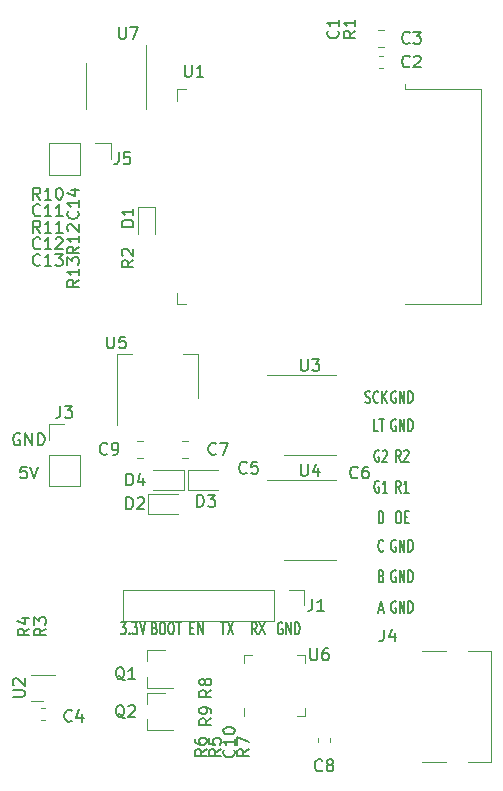
<source format=gbr>
%TF.GenerationSoftware,KiCad,Pcbnew,(5.1.6)-1*%
%TF.CreationDate,2020-11-13T23:46:34+08:00*%
%TF.ProjectId,matrix-clock,6d617472-6978-42d6-936c-6f636b2e6b69,rev?*%
%TF.SameCoordinates,Original*%
%TF.FileFunction,Legend,Top*%
%TF.FilePolarity,Positive*%
%FSLAX46Y46*%
G04 Gerber Fmt 4.6, Leading zero omitted, Abs format (unit mm)*
G04 Created by KiCad (PCBNEW (5.1.6)-1) date 2020-11-13 23:46:34*
%MOMM*%
%LPD*%
G01*
G04 APERTURE LIST*
%ADD10C,0.150000*%
%ADD11C,0.120000*%
G04 APERTURE END LIST*
D10*
X131838095Y-100900000D02*
X131742857Y-100852380D01*
X131600000Y-100852380D01*
X131457142Y-100900000D01*
X131361904Y-100995238D01*
X131314285Y-101090476D01*
X131266666Y-101280952D01*
X131266666Y-101423809D01*
X131314285Y-101614285D01*
X131361904Y-101709523D01*
X131457142Y-101804761D01*
X131600000Y-101852380D01*
X131695238Y-101852380D01*
X131838095Y-101804761D01*
X131885714Y-101757142D01*
X131885714Y-101423809D01*
X131695238Y-101423809D01*
X132314285Y-101852380D02*
X132314285Y-100852380D01*
X132885714Y-101852380D01*
X132885714Y-100852380D01*
X133361904Y-101852380D02*
X133361904Y-100852380D01*
X133600000Y-100852380D01*
X133742857Y-100900000D01*
X133838095Y-100995238D01*
X133885714Y-101090476D01*
X133933333Y-101280952D01*
X133933333Y-101423809D01*
X133885714Y-101614285D01*
X133838095Y-101709523D01*
X133742857Y-101804761D01*
X133600000Y-101852380D01*
X133361904Y-101852380D01*
X132409523Y-103652380D02*
X131933333Y-103652380D01*
X131885714Y-104128571D01*
X131933333Y-104080952D01*
X132028571Y-104033333D01*
X132266666Y-104033333D01*
X132361904Y-104080952D01*
X132409523Y-104128571D01*
X132457142Y-104223809D01*
X132457142Y-104461904D01*
X132409523Y-104557142D01*
X132361904Y-104604761D01*
X132266666Y-104652380D01*
X132028571Y-104652380D01*
X131933333Y-104604761D01*
X131885714Y-104557142D01*
X132742857Y-103652380D02*
X133076190Y-104652380D01*
X133409523Y-103652380D01*
X163666666Y-115100000D02*
X163600000Y-115052380D01*
X163500000Y-115052380D01*
X163400000Y-115100000D01*
X163333333Y-115195238D01*
X163300000Y-115290476D01*
X163266666Y-115480952D01*
X163266666Y-115623809D01*
X163300000Y-115814285D01*
X163333333Y-115909523D01*
X163400000Y-116004761D01*
X163500000Y-116052380D01*
X163566666Y-116052380D01*
X163666666Y-116004761D01*
X163700000Y-115957142D01*
X163700000Y-115623809D01*
X163566666Y-115623809D01*
X164000000Y-116052380D02*
X164000000Y-115052380D01*
X164400000Y-116052380D01*
X164400000Y-115052380D01*
X164733333Y-116052380D02*
X164733333Y-115052380D01*
X164900000Y-115052380D01*
X165000000Y-115100000D01*
X165066666Y-115195238D01*
X165100000Y-115290476D01*
X165133333Y-115480952D01*
X165133333Y-115623809D01*
X165100000Y-115814285D01*
X165066666Y-115909523D01*
X165000000Y-116004761D01*
X164900000Y-116052380D01*
X164733333Y-116052380D01*
X163666666Y-112500000D02*
X163600000Y-112452380D01*
X163500000Y-112452380D01*
X163400000Y-112500000D01*
X163333333Y-112595238D01*
X163300000Y-112690476D01*
X163266666Y-112880952D01*
X163266666Y-113023809D01*
X163300000Y-113214285D01*
X163333333Y-113309523D01*
X163400000Y-113404761D01*
X163500000Y-113452380D01*
X163566666Y-113452380D01*
X163666666Y-113404761D01*
X163700000Y-113357142D01*
X163700000Y-113023809D01*
X163566666Y-113023809D01*
X164000000Y-113452380D02*
X164000000Y-112452380D01*
X164400000Y-113452380D01*
X164400000Y-112452380D01*
X164733333Y-113452380D02*
X164733333Y-112452380D01*
X164900000Y-112452380D01*
X165000000Y-112500000D01*
X165066666Y-112595238D01*
X165100000Y-112690476D01*
X165133333Y-112880952D01*
X165133333Y-113023809D01*
X165100000Y-113214285D01*
X165066666Y-113309523D01*
X165000000Y-113404761D01*
X164900000Y-113452380D01*
X164733333Y-113452380D01*
X163666666Y-99700000D02*
X163600000Y-99652380D01*
X163500000Y-99652380D01*
X163400000Y-99700000D01*
X163333333Y-99795238D01*
X163300000Y-99890476D01*
X163266666Y-100080952D01*
X163266666Y-100223809D01*
X163300000Y-100414285D01*
X163333333Y-100509523D01*
X163400000Y-100604761D01*
X163500000Y-100652380D01*
X163566666Y-100652380D01*
X163666666Y-100604761D01*
X163700000Y-100557142D01*
X163700000Y-100223809D01*
X163566666Y-100223809D01*
X164000000Y-100652380D02*
X164000000Y-99652380D01*
X164400000Y-100652380D01*
X164400000Y-99652380D01*
X164733333Y-100652380D02*
X164733333Y-99652380D01*
X164900000Y-99652380D01*
X165000000Y-99700000D01*
X165066666Y-99795238D01*
X165100000Y-99890476D01*
X165133333Y-100080952D01*
X165133333Y-100223809D01*
X165100000Y-100414285D01*
X165066666Y-100509523D01*
X165000000Y-100604761D01*
X164900000Y-100652380D01*
X164733333Y-100652380D01*
X163666666Y-109900000D02*
X163600000Y-109852380D01*
X163500000Y-109852380D01*
X163400000Y-109900000D01*
X163333333Y-109995238D01*
X163300000Y-110090476D01*
X163266666Y-110280952D01*
X163266666Y-110423809D01*
X163300000Y-110614285D01*
X163333333Y-110709523D01*
X163400000Y-110804761D01*
X163500000Y-110852380D01*
X163566666Y-110852380D01*
X163666666Y-110804761D01*
X163700000Y-110757142D01*
X163700000Y-110423809D01*
X163566666Y-110423809D01*
X164000000Y-110852380D02*
X164000000Y-109852380D01*
X164400000Y-110852380D01*
X164400000Y-109852380D01*
X164733333Y-110852380D02*
X164733333Y-109852380D01*
X164900000Y-109852380D01*
X165000000Y-109900000D01*
X165066666Y-109995238D01*
X165100000Y-110090476D01*
X165133333Y-110280952D01*
X165133333Y-110423809D01*
X165100000Y-110614285D01*
X165066666Y-110709523D01*
X165000000Y-110804761D01*
X164900000Y-110852380D01*
X164733333Y-110852380D01*
X162233333Y-115766666D02*
X162566666Y-115766666D01*
X162166666Y-116052380D02*
X162400000Y-115052380D01*
X162633333Y-116052380D01*
X162450000Y-112928571D02*
X162550000Y-112976190D01*
X162583333Y-113023809D01*
X162616666Y-113119047D01*
X162616666Y-113261904D01*
X162583333Y-113357142D01*
X162550000Y-113404761D01*
X162483333Y-113452380D01*
X162216666Y-113452380D01*
X162216666Y-112452380D01*
X162450000Y-112452380D01*
X162516666Y-112500000D01*
X162550000Y-112547619D01*
X162583333Y-112642857D01*
X162583333Y-112738095D01*
X162550000Y-112833333D01*
X162516666Y-112880952D01*
X162450000Y-112928571D01*
X162216666Y-112928571D01*
X162616666Y-110757142D02*
X162583333Y-110804761D01*
X162483333Y-110852380D01*
X162416666Y-110852380D01*
X162316666Y-110804761D01*
X162250000Y-110709523D01*
X162216666Y-110614285D01*
X162183333Y-110423809D01*
X162183333Y-110280952D01*
X162216666Y-110090476D01*
X162250000Y-109995238D01*
X162316666Y-109900000D01*
X162416666Y-109852380D01*
X162483333Y-109852380D01*
X162583333Y-109900000D01*
X162616666Y-109947619D01*
X162216666Y-108452380D02*
X162216666Y-107452380D01*
X162383333Y-107452380D01*
X162483333Y-107500000D01*
X162550000Y-107595238D01*
X162583333Y-107690476D01*
X162616666Y-107880952D01*
X162616666Y-108023809D01*
X162583333Y-108214285D01*
X162550000Y-108309523D01*
X162483333Y-108404761D01*
X162383333Y-108452380D01*
X162216666Y-108452380D01*
X163816666Y-107452380D02*
X163950000Y-107452380D01*
X164016666Y-107500000D01*
X164083333Y-107595238D01*
X164116666Y-107785714D01*
X164116666Y-108119047D01*
X164083333Y-108309523D01*
X164016666Y-108404761D01*
X163950000Y-108452380D01*
X163816666Y-108452380D01*
X163750000Y-108404761D01*
X163683333Y-108309523D01*
X163650000Y-108119047D01*
X163650000Y-107785714D01*
X163683333Y-107595238D01*
X163750000Y-107500000D01*
X163816666Y-107452380D01*
X164416666Y-107928571D02*
X164650000Y-107928571D01*
X164750000Y-108452380D02*
X164416666Y-108452380D01*
X164416666Y-107452380D01*
X164750000Y-107452380D01*
X164083333Y-105852380D02*
X163850000Y-105376190D01*
X163683333Y-105852380D02*
X163683333Y-104852380D01*
X163950000Y-104852380D01*
X164016666Y-104900000D01*
X164050000Y-104947619D01*
X164083333Y-105042857D01*
X164083333Y-105185714D01*
X164050000Y-105280952D01*
X164016666Y-105328571D01*
X163950000Y-105376190D01*
X163683333Y-105376190D01*
X164750000Y-105852380D02*
X164350000Y-105852380D01*
X164550000Y-105852380D02*
X164550000Y-104852380D01*
X164483333Y-104995238D01*
X164416666Y-105090476D01*
X164350000Y-105138095D01*
X162250000Y-104900000D02*
X162183333Y-104852380D01*
X162083333Y-104852380D01*
X161983333Y-104900000D01*
X161916666Y-104995238D01*
X161883333Y-105090476D01*
X161850000Y-105280952D01*
X161850000Y-105423809D01*
X161883333Y-105614285D01*
X161916666Y-105709523D01*
X161983333Y-105804761D01*
X162083333Y-105852380D01*
X162150000Y-105852380D01*
X162250000Y-105804761D01*
X162283333Y-105757142D01*
X162283333Y-105423809D01*
X162150000Y-105423809D01*
X162950000Y-105852380D02*
X162550000Y-105852380D01*
X162750000Y-105852380D02*
X162750000Y-104852380D01*
X162683333Y-104995238D01*
X162616666Y-105090476D01*
X162550000Y-105138095D01*
X164083333Y-103252380D02*
X163850000Y-102776190D01*
X163683333Y-103252380D02*
X163683333Y-102252380D01*
X163950000Y-102252380D01*
X164016666Y-102300000D01*
X164050000Y-102347619D01*
X164083333Y-102442857D01*
X164083333Y-102585714D01*
X164050000Y-102680952D01*
X164016666Y-102728571D01*
X163950000Y-102776190D01*
X163683333Y-102776190D01*
X164350000Y-102347619D02*
X164383333Y-102300000D01*
X164450000Y-102252380D01*
X164616666Y-102252380D01*
X164683333Y-102300000D01*
X164716666Y-102347619D01*
X164750000Y-102442857D01*
X164750000Y-102538095D01*
X164716666Y-102680952D01*
X164316666Y-103252380D01*
X164750000Y-103252380D01*
X162250000Y-102300000D02*
X162183333Y-102252380D01*
X162083333Y-102252380D01*
X161983333Y-102300000D01*
X161916666Y-102395238D01*
X161883333Y-102490476D01*
X161850000Y-102680952D01*
X161850000Y-102823809D01*
X161883333Y-103014285D01*
X161916666Y-103109523D01*
X161983333Y-103204761D01*
X162083333Y-103252380D01*
X162150000Y-103252380D01*
X162250000Y-103204761D01*
X162283333Y-103157142D01*
X162283333Y-102823809D01*
X162150000Y-102823809D01*
X162550000Y-102347619D02*
X162583333Y-102300000D01*
X162650000Y-102252380D01*
X162816666Y-102252380D01*
X162883333Y-102300000D01*
X162916666Y-102347619D01*
X162950000Y-102442857D01*
X162950000Y-102538095D01*
X162916666Y-102680952D01*
X162516666Y-103252380D01*
X162950000Y-103252380D01*
X162150000Y-100652380D02*
X161816666Y-100652380D01*
X161816666Y-99652380D01*
X162283333Y-99652380D02*
X162683333Y-99652380D01*
X162483333Y-100652380D02*
X162483333Y-99652380D01*
X163666666Y-97300000D02*
X163600000Y-97252380D01*
X163500000Y-97252380D01*
X163400000Y-97300000D01*
X163333333Y-97395238D01*
X163300000Y-97490476D01*
X163266666Y-97680952D01*
X163266666Y-97823809D01*
X163300000Y-98014285D01*
X163333333Y-98109523D01*
X163400000Y-98204761D01*
X163500000Y-98252380D01*
X163566666Y-98252380D01*
X163666666Y-98204761D01*
X163700000Y-98157142D01*
X163700000Y-97823809D01*
X163566666Y-97823809D01*
X164000000Y-98252380D02*
X164000000Y-97252380D01*
X164400000Y-98252380D01*
X164400000Y-97252380D01*
X164733333Y-98252380D02*
X164733333Y-97252380D01*
X164900000Y-97252380D01*
X165000000Y-97300000D01*
X165066666Y-97395238D01*
X165100000Y-97490476D01*
X165133333Y-97680952D01*
X165133333Y-97823809D01*
X165100000Y-98014285D01*
X165066666Y-98109523D01*
X165000000Y-98204761D01*
X164900000Y-98252380D01*
X164733333Y-98252380D01*
X161100000Y-98204761D02*
X161200000Y-98252380D01*
X161366666Y-98252380D01*
X161433333Y-98204761D01*
X161466666Y-98157142D01*
X161500000Y-98061904D01*
X161500000Y-97966666D01*
X161466666Y-97871428D01*
X161433333Y-97823809D01*
X161366666Y-97776190D01*
X161233333Y-97728571D01*
X161166666Y-97680952D01*
X161133333Y-97633333D01*
X161100000Y-97538095D01*
X161100000Y-97442857D01*
X161133333Y-97347619D01*
X161166666Y-97300000D01*
X161233333Y-97252380D01*
X161400000Y-97252380D01*
X161500000Y-97300000D01*
X162200000Y-98157142D02*
X162166666Y-98204761D01*
X162066666Y-98252380D01*
X162000000Y-98252380D01*
X161900000Y-98204761D01*
X161833333Y-98109523D01*
X161800000Y-98014285D01*
X161766666Y-97823809D01*
X161766666Y-97680952D01*
X161800000Y-97490476D01*
X161833333Y-97395238D01*
X161900000Y-97300000D01*
X162000000Y-97252380D01*
X162066666Y-97252380D01*
X162166666Y-97300000D01*
X162200000Y-97347619D01*
X162500000Y-98252380D02*
X162500000Y-97252380D01*
X162900000Y-98252380D02*
X162600000Y-97680952D01*
X162900000Y-97252380D02*
X162500000Y-97823809D01*
X154066666Y-116900000D02*
X154000000Y-116852380D01*
X153900000Y-116852380D01*
X153800000Y-116900000D01*
X153733333Y-116995238D01*
X153700000Y-117090476D01*
X153666666Y-117280952D01*
X153666666Y-117423809D01*
X153700000Y-117614285D01*
X153733333Y-117709523D01*
X153800000Y-117804761D01*
X153900000Y-117852380D01*
X153966666Y-117852380D01*
X154066666Y-117804761D01*
X154100000Y-117757142D01*
X154100000Y-117423809D01*
X153966666Y-117423809D01*
X154400000Y-117852380D02*
X154400000Y-116852380D01*
X154800000Y-117852380D01*
X154800000Y-116852380D01*
X155133333Y-117852380D02*
X155133333Y-116852380D01*
X155300000Y-116852380D01*
X155400000Y-116900000D01*
X155466666Y-116995238D01*
X155500000Y-117090476D01*
X155533333Y-117280952D01*
X155533333Y-117423809D01*
X155500000Y-117614285D01*
X155466666Y-117709523D01*
X155400000Y-117804761D01*
X155300000Y-117852380D01*
X155133333Y-117852380D01*
X151883333Y-117852380D02*
X151650000Y-117376190D01*
X151483333Y-117852380D02*
X151483333Y-116852380D01*
X151750000Y-116852380D01*
X151816666Y-116900000D01*
X151850000Y-116947619D01*
X151883333Y-117042857D01*
X151883333Y-117185714D01*
X151850000Y-117280952D01*
X151816666Y-117328571D01*
X151750000Y-117376190D01*
X151483333Y-117376190D01*
X152116666Y-116852380D02*
X152583333Y-117852380D01*
X152583333Y-116852380D02*
X152116666Y-117852380D01*
X148866666Y-116852380D02*
X149266666Y-116852380D01*
X149066666Y-117852380D02*
X149066666Y-116852380D01*
X149433333Y-116852380D02*
X149900000Y-117852380D01*
X149900000Y-116852380D02*
X149433333Y-117852380D01*
X146283333Y-117328571D02*
X146516666Y-117328571D01*
X146616666Y-117852380D02*
X146283333Y-117852380D01*
X146283333Y-116852380D01*
X146616666Y-116852380D01*
X146916666Y-117852380D02*
X146916666Y-116852380D01*
X147316666Y-117852380D01*
X147316666Y-116852380D01*
X140366666Y-116852380D02*
X140800000Y-116852380D01*
X140566666Y-117233333D01*
X140666666Y-117233333D01*
X140733333Y-117280952D01*
X140766666Y-117328571D01*
X140800000Y-117423809D01*
X140800000Y-117661904D01*
X140766666Y-117757142D01*
X140733333Y-117804761D01*
X140666666Y-117852380D01*
X140466666Y-117852380D01*
X140400000Y-117804761D01*
X140366666Y-117757142D01*
X141100000Y-117757142D02*
X141133333Y-117804761D01*
X141100000Y-117852380D01*
X141066666Y-117804761D01*
X141100000Y-117757142D01*
X141100000Y-117852380D01*
X141366666Y-116852380D02*
X141800000Y-116852380D01*
X141566666Y-117233333D01*
X141666666Y-117233333D01*
X141733333Y-117280952D01*
X141766666Y-117328571D01*
X141800000Y-117423809D01*
X141800000Y-117661904D01*
X141766666Y-117757142D01*
X141733333Y-117804761D01*
X141666666Y-117852380D01*
X141466666Y-117852380D01*
X141400000Y-117804761D01*
X141366666Y-117757142D01*
X142000000Y-116852380D02*
X142233333Y-117852380D01*
X142466666Y-116852380D01*
X143250000Y-117328571D02*
X143350000Y-117376190D01*
X143383333Y-117423809D01*
X143416666Y-117519047D01*
X143416666Y-117661904D01*
X143383333Y-117757142D01*
X143350000Y-117804761D01*
X143283333Y-117852380D01*
X143016666Y-117852380D01*
X143016666Y-116852380D01*
X143250000Y-116852380D01*
X143316666Y-116900000D01*
X143350000Y-116947619D01*
X143383333Y-117042857D01*
X143383333Y-117138095D01*
X143350000Y-117233333D01*
X143316666Y-117280952D01*
X143250000Y-117328571D01*
X143016666Y-117328571D01*
X143850000Y-116852380D02*
X143983333Y-116852380D01*
X144050000Y-116900000D01*
X144116666Y-116995238D01*
X144150000Y-117185714D01*
X144150000Y-117519047D01*
X144116666Y-117709523D01*
X144050000Y-117804761D01*
X143983333Y-117852380D01*
X143850000Y-117852380D01*
X143783333Y-117804761D01*
X143716666Y-117709523D01*
X143683333Y-117519047D01*
X143683333Y-117185714D01*
X143716666Y-116995238D01*
X143783333Y-116900000D01*
X143850000Y-116852380D01*
X144583333Y-116852380D02*
X144716666Y-116852380D01*
X144783333Y-116900000D01*
X144850000Y-116995238D01*
X144883333Y-117185714D01*
X144883333Y-117519047D01*
X144850000Y-117709523D01*
X144783333Y-117804761D01*
X144716666Y-117852380D01*
X144583333Y-117852380D01*
X144516666Y-117804761D01*
X144450000Y-117709523D01*
X144416666Y-117519047D01*
X144416666Y-117185714D01*
X144450000Y-116995238D01*
X144516666Y-116900000D01*
X144583333Y-116852380D01*
X145083333Y-116852380D02*
X145483333Y-116852380D01*
X145283333Y-117852380D02*
X145283333Y-116852380D01*
D11*
%TO.C,U3*%
X156400000Y-102685000D02*
X158600000Y-102685000D01*
X156400000Y-102685000D02*
X154200000Y-102685000D01*
X156400000Y-95915000D02*
X158600000Y-95915000D01*
X156400000Y-95915000D02*
X152800000Y-95915000D01*
%TO.C,U7*%
X137440000Y-71400000D02*
X137440000Y-73350000D01*
X137440000Y-71400000D02*
X137440000Y-69450000D01*
X142560000Y-71400000D02*
X142560000Y-73350000D01*
X142560000Y-71400000D02*
X142560000Y-67950000D01*
%TO.C,U6*%
X150790000Y-120315000D02*
X150790000Y-119590000D01*
X150790000Y-119590000D02*
X151515000Y-119590000D01*
X156010000Y-124085000D02*
X156010000Y-124810000D01*
X156010000Y-124810000D02*
X155285000Y-124810000D01*
X156010000Y-120315000D02*
X156010000Y-119590000D01*
X156010000Y-119590000D02*
X155285000Y-119590000D01*
X150790000Y-124085000D02*
X150790000Y-124810000D01*
%TO.C,U5*%
X146890000Y-94100000D02*
X145630000Y-94100000D01*
X140070000Y-94100000D02*
X141330000Y-94100000D01*
X146890000Y-97860000D02*
X146890000Y-94100000D01*
X140070000Y-100110000D02*
X140070000Y-94100000D01*
%TO.C,U4*%
X156400000Y-111585000D02*
X158600000Y-111585000D01*
X156400000Y-111585000D02*
X154200000Y-111585000D01*
X156400000Y-104815000D02*
X158600000Y-104815000D01*
X156400000Y-104815000D02*
X152800000Y-104815000D01*
%TO.C,U2*%
X133800000Y-123510000D02*
X132800000Y-123510000D01*
X134800000Y-121290000D02*
X132800000Y-121290000D01*
%TO.C,U1*%
X145900000Y-71680000D02*
X145120000Y-71680000D01*
X145120000Y-71680000D02*
X145120000Y-72680000D01*
X145900000Y-89920000D02*
X145120000Y-89920000D01*
X145120000Y-89920000D02*
X145120000Y-88920000D01*
X170865000Y-71680000D02*
X170865000Y-89920000D01*
X170865000Y-89920000D02*
X164445000Y-89920000D01*
X170865000Y-71680000D02*
X164445000Y-71680000D01*
X164445000Y-71680000D02*
X164445000Y-71300000D01*
%TO.C,Q2*%
X142640000Y-122820000D02*
X142640000Y-123750000D01*
X142640000Y-125980000D02*
X142640000Y-125050000D01*
X142640000Y-125980000D02*
X144800000Y-125980000D01*
X142640000Y-122820000D02*
X144100000Y-122820000D01*
%TO.C,Q1*%
X142640000Y-119220000D02*
X142640000Y-120150000D01*
X142640000Y-122380000D02*
X142640000Y-121450000D01*
X142640000Y-122380000D02*
X144800000Y-122380000D01*
X142640000Y-119220000D02*
X144100000Y-119220000D01*
%TO.C,J5*%
X134330000Y-76270000D02*
X134330000Y-78930000D01*
X136930000Y-76270000D02*
X134330000Y-76270000D01*
X136930000Y-78930000D02*
X134330000Y-78930000D01*
X136930000Y-76270000D02*
X136930000Y-78930000D01*
X138200000Y-76270000D02*
X139530000Y-76270000D01*
X139530000Y-76270000D02*
X139530000Y-77600000D01*
%TO.C,J4*%
X169800000Y-128700000D02*
X171700000Y-128700000D01*
X165900000Y-128700000D02*
X167900000Y-128700000D01*
X169800000Y-119300000D02*
X171700000Y-119300000D01*
X165900000Y-119300000D02*
X167900000Y-119300000D01*
X171700000Y-128700000D02*
X171700000Y-119300000D01*
%TO.C,J3*%
X134270000Y-105270000D02*
X136930000Y-105270000D01*
X134270000Y-102670000D02*
X134270000Y-105270000D01*
X136930000Y-102670000D02*
X136930000Y-105270000D01*
X134270000Y-102670000D02*
X136930000Y-102670000D01*
X134270000Y-101400000D02*
X134270000Y-100070000D01*
X134270000Y-100070000D02*
X135600000Y-100070000D01*
%TO.C,J1*%
X140570000Y-114070000D02*
X140570000Y-116730000D01*
X153330000Y-114070000D02*
X140570000Y-114070000D01*
X153330000Y-116730000D02*
X140570000Y-116730000D01*
X153330000Y-114070000D02*
X153330000Y-116730000D01*
X154600000Y-114070000D02*
X155930000Y-114070000D01*
X155930000Y-114070000D02*
X155930000Y-115400000D01*
%TO.C,D4*%
X145700000Y-105650000D02*
X145700000Y-103950000D01*
X145700000Y-103950000D02*
X143150000Y-103950000D01*
X145700000Y-105650000D02*
X143150000Y-105650000D01*
%TO.C,D3*%
X146100000Y-103950000D02*
X146100000Y-105650000D01*
X146100000Y-105650000D02*
X148650000Y-105650000D01*
X146100000Y-103950000D02*
X148650000Y-103950000D01*
%TO.C,D2*%
X142700000Y-105950000D02*
X142700000Y-107650000D01*
X142700000Y-107650000D02*
X145250000Y-107650000D01*
X142700000Y-105950000D02*
X145250000Y-105950000D01*
%TO.C,D1*%
X143285000Y-83980000D02*
X143285000Y-81695000D01*
X143285000Y-81695000D02*
X141815000Y-81695000D01*
X141815000Y-81695000D02*
X141815000Y-83980000D01*
%TO.C,C9*%
X142258578Y-102910000D02*
X141741422Y-102910000D01*
X142258578Y-101490000D02*
X141741422Y-101490000D01*
%TO.C,C8*%
X158110000Y-126637221D02*
X158110000Y-126962779D01*
X157090000Y-126637221D02*
X157090000Y-126962779D01*
%TO.C,C7*%
X145541422Y-101490000D02*
X146058578Y-101490000D01*
X145541422Y-102910000D02*
X146058578Y-102910000D01*
%TO.C,C4*%
X133637221Y-124090000D02*
X133962779Y-124090000D01*
X133637221Y-125110000D02*
X133962779Y-125110000D01*
%TO.C,C3*%
X162141422Y-66690000D02*
X162658578Y-66690000D01*
X162141422Y-68110000D02*
X162658578Y-68110000D01*
%TO.C,C2*%
X162237221Y-68890000D02*
X162562779Y-68890000D01*
X162237221Y-69910000D02*
X162562779Y-69910000D01*
%TO.C,U3*%
D10*
X155638095Y-94552380D02*
X155638095Y-95361904D01*
X155685714Y-95457142D01*
X155733333Y-95504761D01*
X155828571Y-95552380D01*
X156019047Y-95552380D01*
X156114285Y-95504761D01*
X156161904Y-95457142D01*
X156209523Y-95361904D01*
X156209523Y-94552380D01*
X156590476Y-94552380D02*
X157209523Y-94552380D01*
X156876190Y-94933333D01*
X157019047Y-94933333D01*
X157114285Y-94980952D01*
X157161904Y-95028571D01*
X157209523Y-95123809D01*
X157209523Y-95361904D01*
X157161904Y-95457142D01*
X157114285Y-95504761D01*
X157019047Y-95552380D01*
X156733333Y-95552380D01*
X156638095Y-95504761D01*
X156590476Y-95457142D01*
%TO.C,U7*%
X140238095Y-66452380D02*
X140238095Y-67261904D01*
X140285714Y-67357142D01*
X140333333Y-67404761D01*
X140428571Y-67452380D01*
X140619047Y-67452380D01*
X140714285Y-67404761D01*
X140761904Y-67357142D01*
X140809523Y-67261904D01*
X140809523Y-66452380D01*
X141190476Y-66452380D02*
X141857142Y-66452380D01*
X141428571Y-67452380D01*
%TO.C,U6*%
X156438095Y-119052380D02*
X156438095Y-119861904D01*
X156485714Y-119957142D01*
X156533333Y-120004761D01*
X156628571Y-120052380D01*
X156819047Y-120052380D01*
X156914285Y-120004761D01*
X156961904Y-119957142D01*
X157009523Y-119861904D01*
X157009523Y-119052380D01*
X157914285Y-119052380D02*
X157723809Y-119052380D01*
X157628571Y-119100000D01*
X157580952Y-119147619D01*
X157485714Y-119290476D01*
X157438095Y-119480952D01*
X157438095Y-119861904D01*
X157485714Y-119957142D01*
X157533333Y-120004761D01*
X157628571Y-120052380D01*
X157819047Y-120052380D01*
X157914285Y-120004761D01*
X157961904Y-119957142D01*
X158009523Y-119861904D01*
X158009523Y-119623809D01*
X157961904Y-119528571D01*
X157914285Y-119480952D01*
X157819047Y-119433333D01*
X157628571Y-119433333D01*
X157533333Y-119480952D01*
X157485714Y-119528571D01*
X157438095Y-119623809D01*
%TO.C,U5*%
X139238095Y-92652380D02*
X139238095Y-93461904D01*
X139285714Y-93557142D01*
X139333333Y-93604761D01*
X139428571Y-93652380D01*
X139619047Y-93652380D01*
X139714285Y-93604761D01*
X139761904Y-93557142D01*
X139809523Y-93461904D01*
X139809523Y-92652380D01*
X140761904Y-92652380D02*
X140285714Y-92652380D01*
X140238095Y-93128571D01*
X140285714Y-93080952D01*
X140380952Y-93033333D01*
X140619047Y-93033333D01*
X140714285Y-93080952D01*
X140761904Y-93128571D01*
X140809523Y-93223809D01*
X140809523Y-93461904D01*
X140761904Y-93557142D01*
X140714285Y-93604761D01*
X140619047Y-93652380D01*
X140380952Y-93652380D01*
X140285714Y-93604761D01*
X140238095Y-93557142D01*
%TO.C,U4*%
X155638095Y-103452380D02*
X155638095Y-104261904D01*
X155685714Y-104357142D01*
X155733333Y-104404761D01*
X155828571Y-104452380D01*
X156019047Y-104452380D01*
X156114285Y-104404761D01*
X156161904Y-104357142D01*
X156209523Y-104261904D01*
X156209523Y-103452380D01*
X157114285Y-103785714D02*
X157114285Y-104452380D01*
X156876190Y-103404761D02*
X156638095Y-104119047D01*
X157257142Y-104119047D01*
%TO.C,U2*%
X131252380Y-123161904D02*
X132061904Y-123161904D01*
X132157142Y-123114285D01*
X132204761Y-123066666D01*
X132252380Y-122971428D01*
X132252380Y-122780952D01*
X132204761Y-122685714D01*
X132157142Y-122638095D01*
X132061904Y-122590476D01*
X131252380Y-122590476D01*
X131347619Y-122161904D02*
X131300000Y-122114285D01*
X131252380Y-122019047D01*
X131252380Y-121780952D01*
X131300000Y-121685714D01*
X131347619Y-121638095D01*
X131442857Y-121590476D01*
X131538095Y-121590476D01*
X131680952Y-121638095D01*
X132252380Y-122209523D01*
X132252380Y-121590476D01*
%TO.C,U1*%
X145808095Y-69642380D02*
X145808095Y-70451904D01*
X145855714Y-70547142D01*
X145903333Y-70594761D01*
X145998571Y-70642380D01*
X146189047Y-70642380D01*
X146284285Y-70594761D01*
X146331904Y-70547142D01*
X146379523Y-70451904D01*
X146379523Y-69642380D01*
X147379523Y-70642380D02*
X146808095Y-70642380D01*
X147093809Y-70642380D02*
X147093809Y-69642380D01*
X146998571Y-69785238D01*
X146903333Y-69880476D01*
X146808095Y-69928095D01*
%TO.C,R13*%
X136852380Y-87842857D02*
X136376190Y-88176190D01*
X136852380Y-88414285D02*
X135852380Y-88414285D01*
X135852380Y-88033333D01*
X135900000Y-87938095D01*
X135947619Y-87890476D01*
X136042857Y-87842857D01*
X136185714Y-87842857D01*
X136280952Y-87890476D01*
X136328571Y-87938095D01*
X136376190Y-88033333D01*
X136376190Y-88414285D01*
X136852380Y-86890476D02*
X136852380Y-87461904D01*
X136852380Y-87176190D02*
X135852380Y-87176190D01*
X135995238Y-87271428D01*
X136090476Y-87366666D01*
X136138095Y-87461904D01*
X135852380Y-86557142D02*
X135852380Y-85938095D01*
X136233333Y-86271428D01*
X136233333Y-86128571D01*
X136280952Y-86033333D01*
X136328571Y-85985714D01*
X136423809Y-85938095D01*
X136661904Y-85938095D01*
X136757142Y-85985714D01*
X136804761Y-86033333D01*
X136852380Y-86128571D01*
X136852380Y-86414285D01*
X136804761Y-86509523D01*
X136757142Y-86557142D01*
%TO.C,R12*%
X136852380Y-85042857D02*
X136376190Y-85376190D01*
X136852380Y-85614285D02*
X135852380Y-85614285D01*
X135852380Y-85233333D01*
X135900000Y-85138095D01*
X135947619Y-85090476D01*
X136042857Y-85042857D01*
X136185714Y-85042857D01*
X136280952Y-85090476D01*
X136328571Y-85138095D01*
X136376190Y-85233333D01*
X136376190Y-85614285D01*
X136852380Y-84090476D02*
X136852380Y-84661904D01*
X136852380Y-84376190D02*
X135852380Y-84376190D01*
X135995238Y-84471428D01*
X136090476Y-84566666D01*
X136138095Y-84661904D01*
X135947619Y-83709523D02*
X135900000Y-83661904D01*
X135852380Y-83566666D01*
X135852380Y-83328571D01*
X135900000Y-83233333D01*
X135947619Y-83185714D01*
X136042857Y-83138095D01*
X136138095Y-83138095D01*
X136280952Y-83185714D01*
X136852380Y-83757142D01*
X136852380Y-83138095D01*
%TO.C,R11*%
X133557142Y-83852380D02*
X133223809Y-83376190D01*
X132985714Y-83852380D02*
X132985714Y-82852380D01*
X133366666Y-82852380D01*
X133461904Y-82900000D01*
X133509523Y-82947619D01*
X133557142Y-83042857D01*
X133557142Y-83185714D01*
X133509523Y-83280952D01*
X133461904Y-83328571D01*
X133366666Y-83376190D01*
X132985714Y-83376190D01*
X134509523Y-83852380D02*
X133938095Y-83852380D01*
X134223809Y-83852380D02*
X134223809Y-82852380D01*
X134128571Y-82995238D01*
X134033333Y-83090476D01*
X133938095Y-83138095D01*
X135461904Y-83852380D02*
X134890476Y-83852380D01*
X135176190Y-83852380D02*
X135176190Y-82852380D01*
X135080952Y-82995238D01*
X134985714Y-83090476D01*
X134890476Y-83138095D01*
%TO.C,R10*%
X133557142Y-81052380D02*
X133223809Y-80576190D01*
X132985714Y-81052380D02*
X132985714Y-80052380D01*
X133366666Y-80052380D01*
X133461904Y-80100000D01*
X133509523Y-80147619D01*
X133557142Y-80242857D01*
X133557142Y-80385714D01*
X133509523Y-80480952D01*
X133461904Y-80528571D01*
X133366666Y-80576190D01*
X132985714Y-80576190D01*
X134509523Y-81052380D02*
X133938095Y-81052380D01*
X134223809Y-81052380D02*
X134223809Y-80052380D01*
X134128571Y-80195238D01*
X134033333Y-80290476D01*
X133938095Y-80338095D01*
X135128571Y-80052380D02*
X135223809Y-80052380D01*
X135319047Y-80100000D01*
X135366666Y-80147619D01*
X135414285Y-80242857D01*
X135461904Y-80433333D01*
X135461904Y-80671428D01*
X135414285Y-80861904D01*
X135366666Y-80957142D01*
X135319047Y-81004761D01*
X135223809Y-81052380D01*
X135128571Y-81052380D01*
X135033333Y-81004761D01*
X134985714Y-80957142D01*
X134938095Y-80861904D01*
X134890476Y-80671428D01*
X134890476Y-80433333D01*
X134938095Y-80242857D01*
X134985714Y-80147619D01*
X135033333Y-80100000D01*
X135128571Y-80052380D01*
%TO.C,R9*%
X148052380Y-124966666D02*
X147576190Y-125300000D01*
X148052380Y-125538095D02*
X147052380Y-125538095D01*
X147052380Y-125157142D01*
X147100000Y-125061904D01*
X147147619Y-125014285D01*
X147242857Y-124966666D01*
X147385714Y-124966666D01*
X147480952Y-125014285D01*
X147528571Y-125061904D01*
X147576190Y-125157142D01*
X147576190Y-125538095D01*
X148052380Y-124490476D02*
X148052380Y-124300000D01*
X148004761Y-124204761D01*
X147957142Y-124157142D01*
X147814285Y-124061904D01*
X147623809Y-124014285D01*
X147242857Y-124014285D01*
X147147619Y-124061904D01*
X147100000Y-124109523D01*
X147052380Y-124204761D01*
X147052380Y-124395238D01*
X147100000Y-124490476D01*
X147147619Y-124538095D01*
X147242857Y-124585714D01*
X147480952Y-124585714D01*
X147576190Y-124538095D01*
X147623809Y-124490476D01*
X147671428Y-124395238D01*
X147671428Y-124204761D01*
X147623809Y-124109523D01*
X147576190Y-124061904D01*
X147480952Y-124014285D01*
%TO.C,R8*%
X148052380Y-122566666D02*
X147576190Y-122900000D01*
X148052380Y-123138095D02*
X147052380Y-123138095D01*
X147052380Y-122757142D01*
X147100000Y-122661904D01*
X147147619Y-122614285D01*
X147242857Y-122566666D01*
X147385714Y-122566666D01*
X147480952Y-122614285D01*
X147528571Y-122661904D01*
X147576190Y-122757142D01*
X147576190Y-123138095D01*
X147480952Y-121995238D02*
X147433333Y-122090476D01*
X147385714Y-122138095D01*
X147290476Y-122185714D01*
X147242857Y-122185714D01*
X147147619Y-122138095D01*
X147100000Y-122090476D01*
X147052380Y-121995238D01*
X147052380Y-121804761D01*
X147100000Y-121709523D01*
X147147619Y-121661904D01*
X147242857Y-121614285D01*
X147290476Y-121614285D01*
X147385714Y-121661904D01*
X147433333Y-121709523D01*
X147480952Y-121804761D01*
X147480952Y-121995238D01*
X147528571Y-122090476D01*
X147576190Y-122138095D01*
X147671428Y-122185714D01*
X147861904Y-122185714D01*
X147957142Y-122138095D01*
X148004761Y-122090476D01*
X148052380Y-121995238D01*
X148052380Y-121804761D01*
X148004761Y-121709523D01*
X147957142Y-121661904D01*
X147861904Y-121614285D01*
X147671428Y-121614285D01*
X147576190Y-121661904D01*
X147528571Y-121709523D01*
X147480952Y-121804761D01*
%TO.C,R7*%
X151252380Y-127566666D02*
X150776190Y-127900000D01*
X151252380Y-128138095D02*
X150252380Y-128138095D01*
X150252380Y-127757142D01*
X150300000Y-127661904D01*
X150347619Y-127614285D01*
X150442857Y-127566666D01*
X150585714Y-127566666D01*
X150680952Y-127614285D01*
X150728571Y-127661904D01*
X150776190Y-127757142D01*
X150776190Y-128138095D01*
X150252380Y-127233333D02*
X150252380Y-126566666D01*
X151252380Y-126995238D01*
%TO.C,R6*%
X147652380Y-127566666D02*
X147176190Y-127900000D01*
X147652380Y-128138095D02*
X146652380Y-128138095D01*
X146652380Y-127757142D01*
X146700000Y-127661904D01*
X146747619Y-127614285D01*
X146842857Y-127566666D01*
X146985714Y-127566666D01*
X147080952Y-127614285D01*
X147128571Y-127661904D01*
X147176190Y-127757142D01*
X147176190Y-128138095D01*
X146652380Y-126709523D02*
X146652380Y-126900000D01*
X146700000Y-126995238D01*
X146747619Y-127042857D01*
X146890476Y-127138095D01*
X147080952Y-127185714D01*
X147461904Y-127185714D01*
X147557142Y-127138095D01*
X147604761Y-127090476D01*
X147652380Y-126995238D01*
X147652380Y-126804761D01*
X147604761Y-126709523D01*
X147557142Y-126661904D01*
X147461904Y-126614285D01*
X147223809Y-126614285D01*
X147128571Y-126661904D01*
X147080952Y-126709523D01*
X147033333Y-126804761D01*
X147033333Y-126995238D01*
X147080952Y-127090476D01*
X147128571Y-127138095D01*
X147223809Y-127185714D01*
%TO.C,R5*%
X148852380Y-127566666D02*
X148376190Y-127900000D01*
X148852380Y-128138095D02*
X147852380Y-128138095D01*
X147852380Y-127757142D01*
X147900000Y-127661904D01*
X147947619Y-127614285D01*
X148042857Y-127566666D01*
X148185714Y-127566666D01*
X148280952Y-127614285D01*
X148328571Y-127661904D01*
X148376190Y-127757142D01*
X148376190Y-128138095D01*
X147852380Y-126661904D02*
X147852380Y-127138095D01*
X148328571Y-127185714D01*
X148280952Y-127138095D01*
X148233333Y-127042857D01*
X148233333Y-126804761D01*
X148280952Y-126709523D01*
X148328571Y-126661904D01*
X148423809Y-126614285D01*
X148661904Y-126614285D01*
X148757142Y-126661904D01*
X148804761Y-126709523D01*
X148852380Y-126804761D01*
X148852380Y-127042857D01*
X148804761Y-127138095D01*
X148757142Y-127185714D01*
%TO.C,R4*%
X132652380Y-117366666D02*
X132176190Y-117700000D01*
X132652380Y-117938095D02*
X131652380Y-117938095D01*
X131652380Y-117557142D01*
X131700000Y-117461904D01*
X131747619Y-117414285D01*
X131842857Y-117366666D01*
X131985714Y-117366666D01*
X132080952Y-117414285D01*
X132128571Y-117461904D01*
X132176190Y-117557142D01*
X132176190Y-117938095D01*
X131985714Y-116509523D02*
X132652380Y-116509523D01*
X131604761Y-116747619D02*
X132319047Y-116985714D01*
X132319047Y-116366666D01*
%TO.C,R3*%
X134052380Y-117366666D02*
X133576190Y-117700000D01*
X134052380Y-117938095D02*
X133052380Y-117938095D01*
X133052380Y-117557142D01*
X133100000Y-117461904D01*
X133147619Y-117414285D01*
X133242857Y-117366666D01*
X133385714Y-117366666D01*
X133480952Y-117414285D01*
X133528571Y-117461904D01*
X133576190Y-117557142D01*
X133576190Y-117938095D01*
X133052380Y-117033333D02*
X133052380Y-116414285D01*
X133433333Y-116747619D01*
X133433333Y-116604761D01*
X133480952Y-116509523D01*
X133528571Y-116461904D01*
X133623809Y-116414285D01*
X133861904Y-116414285D01*
X133957142Y-116461904D01*
X134004761Y-116509523D01*
X134052380Y-116604761D01*
X134052380Y-116890476D01*
X134004761Y-116985714D01*
X133957142Y-117033333D01*
%TO.C,R2*%
X141452380Y-86166666D02*
X140976190Y-86500000D01*
X141452380Y-86738095D02*
X140452380Y-86738095D01*
X140452380Y-86357142D01*
X140500000Y-86261904D01*
X140547619Y-86214285D01*
X140642857Y-86166666D01*
X140785714Y-86166666D01*
X140880952Y-86214285D01*
X140928571Y-86261904D01*
X140976190Y-86357142D01*
X140976190Y-86738095D01*
X140547619Y-85785714D02*
X140500000Y-85738095D01*
X140452380Y-85642857D01*
X140452380Y-85404761D01*
X140500000Y-85309523D01*
X140547619Y-85261904D01*
X140642857Y-85214285D01*
X140738095Y-85214285D01*
X140880952Y-85261904D01*
X141452380Y-85833333D01*
X141452380Y-85214285D01*
%TO.C,R1*%
X160252380Y-66766666D02*
X159776190Y-67100000D01*
X160252380Y-67338095D02*
X159252380Y-67338095D01*
X159252380Y-66957142D01*
X159300000Y-66861904D01*
X159347619Y-66814285D01*
X159442857Y-66766666D01*
X159585714Y-66766666D01*
X159680952Y-66814285D01*
X159728571Y-66861904D01*
X159776190Y-66957142D01*
X159776190Y-67338095D01*
X160252380Y-65814285D02*
X160252380Y-66385714D01*
X160252380Y-66100000D02*
X159252380Y-66100000D01*
X159395238Y-66195238D01*
X159490476Y-66290476D01*
X159538095Y-66385714D01*
%TO.C,Q2*%
X140704761Y-124947619D02*
X140609523Y-124900000D01*
X140514285Y-124804761D01*
X140371428Y-124661904D01*
X140276190Y-124614285D01*
X140180952Y-124614285D01*
X140228571Y-124852380D02*
X140133333Y-124804761D01*
X140038095Y-124709523D01*
X139990476Y-124519047D01*
X139990476Y-124185714D01*
X140038095Y-123995238D01*
X140133333Y-123900000D01*
X140228571Y-123852380D01*
X140419047Y-123852380D01*
X140514285Y-123900000D01*
X140609523Y-123995238D01*
X140657142Y-124185714D01*
X140657142Y-124519047D01*
X140609523Y-124709523D01*
X140514285Y-124804761D01*
X140419047Y-124852380D01*
X140228571Y-124852380D01*
X141038095Y-123947619D02*
X141085714Y-123900000D01*
X141180952Y-123852380D01*
X141419047Y-123852380D01*
X141514285Y-123900000D01*
X141561904Y-123947619D01*
X141609523Y-124042857D01*
X141609523Y-124138095D01*
X141561904Y-124280952D01*
X140990476Y-124852380D01*
X141609523Y-124852380D01*
%TO.C,Q1*%
X140704761Y-121747619D02*
X140609523Y-121700000D01*
X140514285Y-121604761D01*
X140371428Y-121461904D01*
X140276190Y-121414285D01*
X140180952Y-121414285D01*
X140228571Y-121652380D02*
X140133333Y-121604761D01*
X140038095Y-121509523D01*
X139990476Y-121319047D01*
X139990476Y-120985714D01*
X140038095Y-120795238D01*
X140133333Y-120700000D01*
X140228571Y-120652380D01*
X140419047Y-120652380D01*
X140514285Y-120700000D01*
X140609523Y-120795238D01*
X140657142Y-120985714D01*
X140657142Y-121319047D01*
X140609523Y-121509523D01*
X140514285Y-121604761D01*
X140419047Y-121652380D01*
X140228571Y-121652380D01*
X141609523Y-121652380D02*
X141038095Y-121652380D01*
X141323809Y-121652380D02*
X141323809Y-120652380D01*
X141228571Y-120795238D01*
X141133333Y-120890476D01*
X141038095Y-120938095D01*
%TO.C,J5*%
X140196666Y-77052380D02*
X140196666Y-77766666D01*
X140149047Y-77909523D01*
X140053809Y-78004761D01*
X139910952Y-78052380D01*
X139815714Y-78052380D01*
X141149047Y-77052380D02*
X140672857Y-77052380D01*
X140625238Y-77528571D01*
X140672857Y-77480952D01*
X140768095Y-77433333D01*
X141006190Y-77433333D01*
X141101428Y-77480952D01*
X141149047Y-77528571D01*
X141196666Y-77623809D01*
X141196666Y-77861904D01*
X141149047Y-77957142D01*
X141101428Y-78004761D01*
X141006190Y-78052380D01*
X140768095Y-78052380D01*
X140672857Y-78004761D01*
X140625238Y-77957142D01*
%TO.C,J4*%
X162666666Y-117452380D02*
X162666666Y-118166666D01*
X162619047Y-118309523D01*
X162523809Y-118404761D01*
X162380952Y-118452380D01*
X162285714Y-118452380D01*
X163571428Y-117785714D02*
X163571428Y-118452380D01*
X163333333Y-117404761D02*
X163095238Y-118119047D01*
X163714285Y-118119047D01*
%TO.C,J3*%
X135266666Y-98522380D02*
X135266666Y-99236666D01*
X135219047Y-99379523D01*
X135123809Y-99474761D01*
X134980952Y-99522380D01*
X134885714Y-99522380D01*
X135647619Y-98522380D02*
X136266666Y-98522380D01*
X135933333Y-98903333D01*
X136076190Y-98903333D01*
X136171428Y-98950952D01*
X136219047Y-98998571D01*
X136266666Y-99093809D01*
X136266666Y-99331904D01*
X136219047Y-99427142D01*
X136171428Y-99474761D01*
X136076190Y-99522380D01*
X135790476Y-99522380D01*
X135695238Y-99474761D01*
X135647619Y-99427142D01*
%TO.C,J1*%
X156596666Y-114852380D02*
X156596666Y-115566666D01*
X156549047Y-115709523D01*
X156453809Y-115804761D01*
X156310952Y-115852380D01*
X156215714Y-115852380D01*
X157596666Y-115852380D02*
X157025238Y-115852380D01*
X157310952Y-115852380D02*
X157310952Y-114852380D01*
X157215714Y-114995238D01*
X157120476Y-115090476D01*
X157025238Y-115138095D01*
%TO.C,D4*%
X140861904Y-105252380D02*
X140861904Y-104252380D01*
X141100000Y-104252380D01*
X141242857Y-104300000D01*
X141338095Y-104395238D01*
X141385714Y-104490476D01*
X141433333Y-104680952D01*
X141433333Y-104823809D01*
X141385714Y-105014285D01*
X141338095Y-105109523D01*
X141242857Y-105204761D01*
X141100000Y-105252380D01*
X140861904Y-105252380D01*
X142290476Y-104585714D02*
X142290476Y-105252380D01*
X142052380Y-104204761D02*
X141814285Y-104919047D01*
X142433333Y-104919047D01*
%TO.C,D3*%
X146861904Y-107052380D02*
X146861904Y-106052380D01*
X147100000Y-106052380D01*
X147242857Y-106100000D01*
X147338095Y-106195238D01*
X147385714Y-106290476D01*
X147433333Y-106480952D01*
X147433333Y-106623809D01*
X147385714Y-106814285D01*
X147338095Y-106909523D01*
X147242857Y-107004761D01*
X147100000Y-107052380D01*
X146861904Y-107052380D01*
X147766666Y-106052380D02*
X148385714Y-106052380D01*
X148052380Y-106433333D01*
X148195238Y-106433333D01*
X148290476Y-106480952D01*
X148338095Y-106528571D01*
X148385714Y-106623809D01*
X148385714Y-106861904D01*
X148338095Y-106957142D01*
X148290476Y-107004761D01*
X148195238Y-107052380D01*
X147909523Y-107052380D01*
X147814285Y-107004761D01*
X147766666Y-106957142D01*
%TO.C,D2*%
X140861904Y-107252380D02*
X140861904Y-106252380D01*
X141100000Y-106252380D01*
X141242857Y-106300000D01*
X141338095Y-106395238D01*
X141385714Y-106490476D01*
X141433333Y-106680952D01*
X141433333Y-106823809D01*
X141385714Y-107014285D01*
X141338095Y-107109523D01*
X141242857Y-107204761D01*
X141100000Y-107252380D01*
X140861904Y-107252380D01*
X141814285Y-106347619D02*
X141861904Y-106300000D01*
X141957142Y-106252380D01*
X142195238Y-106252380D01*
X142290476Y-106300000D01*
X142338095Y-106347619D01*
X142385714Y-106442857D01*
X142385714Y-106538095D01*
X142338095Y-106680952D01*
X141766666Y-107252380D01*
X142385714Y-107252380D01*
%TO.C,D1*%
X141452380Y-83338095D02*
X140452380Y-83338095D01*
X140452380Y-83100000D01*
X140500000Y-82957142D01*
X140595238Y-82861904D01*
X140690476Y-82814285D01*
X140880952Y-82766666D01*
X141023809Y-82766666D01*
X141214285Y-82814285D01*
X141309523Y-82861904D01*
X141404761Y-82957142D01*
X141452380Y-83100000D01*
X141452380Y-83338095D01*
X141452380Y-81814285D02*
X141452380Y-82385714D01*
X141452380Y-82100000D02*
X140452380Y-82100000D01*
X140595238Y-82195238D01*
X140690476Y-82290476D01*
X140738095Y-82385714D01*
%TO.C,C14*%
X136757142Y-82042857D02*
X136804761Y-82090476D01*
X136852380Y-82233333D01*
X136852380Y-82328571D01*
X136804761Y-82471428D01*
X136709523Y-82566666D01*
X136614285Y-82614285D01*
X136423809Y-82661904D01*
X136280952Y-82661904D01*
X136090476Y-82614285D01*
X135995238Y-82566666D01*
X135900000Y-82471428D01*
X135852380Y-82328571D01*
X135852380Y-82233333D01*
X135900000Y-82090476D01*
X135947619Y-82042857D01*
X136852380Y-81090476D02*
X136852380Y-81661904D01*
X136852380Y-81376190D02*
X135852380Y-81376190D01*
X135995238Y-81471428D01*
X136090476Y-81566666D01*
X136138095Y-81661904D01*
X136185714Y-80233333D02*
X136852380Y-80233333D01*
X135804761Y-80471428D02*
X136519047Y-80709523D01*
X136519047Y-80090476D01*
%TO.C,C13*%
X133557142Y-86557142D02*
X133509523Y-86604761D01*
X133366666Y-86652380D01*
X133271428Y-86652380D01*
X133128571Y-86604761D01*
X133033333Y-86509523D01*
X132985714Y-86414285D01*
X132938095Y-86223809D01*
X132938095Y-86080952D01*
X132985714Y-85890476D01*
X133033333Y-85795238D01*
X133128571Y-85700000D01*
X133271428Y-85652380D01*
X133366666Y-85652380D01*
X133509523Y-85700000D01*
X133557142Y-85747619D01*
X134509523Y-86652380D02*
X133938095Y-86652380D01*
X134223809Y-86652380D02*
X134223809Y-85652380D01*
X134128571Y-85795238D01*
X134033333Y-85890476D01*
X133938095Y-85938095D01*
X134842857Y-85652380D02*
X135461904Y-85652380D01*
X135128571Y-86033333D01*
X135271428Y-86033333D01*
X135366666Y-86080952D01*
X135414285Y-86128571D01*
X135461904Y-86223809D01*
X135461904Y-86461904D01*
X135414285Y-86557142D01*
X135366666Y-86604761D01*
X135271428Y-86652380D01*
X134985714Y-86652380D01*
X134890476Y-86604761D01*
X134842857Y-86557142D01*
%TO.C,C12*%
X133557142Y-85157142D02*
X133509523Y-85204761D01*
X133366666Y-85252380D01*
X133271428Y-85252380D01*
X133128571Y-85204761D01*
X133033333Y-85109523D01*
X132985714Y-85014285D01*
X132938095Y-84823809D01*
X132938095Y-84680952D01*
X132985714Y-84490476D01*
X133033333Y-84395238D01*
X133128571Y-84300000D01*
X133271428Y-84252380D01*
X133366666Y-84252380D01*
X133509523Y-84300000D01*
X133557142Y-84347619D01*
X134509523Y-85252380D02*
X133938095Y-85252380D01*
X134223809Y-85252380D02*
X134223809Y-84252380D01*
X134128571Y-84395238D01*
X134033333Y-84490476D01*
X133938095Y-84538095D01*
X134890476Y-84347619D02*
X134938095Y-84300000D01*
X135033333Y-84252380D01*
X135271428Y-84252380D01*
X135366666Y-84300000D01*
X135414285Y-84347619D01*
X135461904Y-84442857D01*
X135461904Y-84538095D01*
X135414285Y-84680952D01*
X134842857Y-85252380D01*
X135461904Y-85252380D01*
%TO.C,C11*%
X133557142Y-82357142D02*
X133509523Y-82404761D01*
X133366666Y-82452380D01*
X133271428Y-82452380D01*
X133128571Y-82404761D01*
X133033333Y-82309523D01*
X132985714Y-82214285D01*
X132938095Y-82023809D01*
X132938095Y-81880952D01*
X132985714Y-81690476D01*
X133033333Y-81595238D01*
X133128571Y-81500000D01*
X133271428Y-81452380D01*
X133366666Y-81452380D01*
X133509523Y-81500000D01*
X133557142Y-81547619D01*
X134509523Y-82452380D02*
X133938095Y-82452380D01*
X134223809Y-82452380D02*
X134223809Y-81452380D01*
X134128571Y-81595238D01*
X134033333Y-81690476D01*
X133938095Y-81738095D01*
X135461904Y-82452380D02*
X134890476Y-82452380D01*
X135176190Y-82452380D02*
X135176190Y-81452380D01*
X135080952Y-81595238D01*
X134985714Y-81690476D01*
X134890476Y-81738095D01*
%TO.C,C10*%
X149957142Y-127642857D02*
X150004761Y-127690476D01*
X150052380Y-127833333D01*
X150052380Y-127928571D01*
X150004761Y-128071428D01*
X149909523Y-128166666D01*
X149814285Y-128214285D01*
X149623809Y-128261904D01*
X149480952Y-128261904D01*
X149290476Y-128214285D01*
X149195238Y-128166666D01*
X149100000Y-128071428D01*
X149052380Y-127928571D01*
X149052380Y-127833333D01*
X149100000Y-127690476D01*
X149147619Y-127642857D01*
X150052380Y-126690476D02*
X150052380Y-127261904D01*
X150052380Y-126976190D02*
X149052380Y-126976190D01*
X149195238Y-127071428D01*
X149290476Y-127166666D01*
X149338095Y-127261904D01*
X149052380Y-126071428D02*
X149052380Y-125976190D01*
X149100000Y-125880952D01*
X149147619Y-125833333D01*
X149242857Y-125785714D01*
X149433333Y-125738095D01*
X149671428Y-125738095D01*
X149861904Y-125785714D01*
X149957142Y-125833333D01*
X150004761Y-125880952D01*
X150052380Y-125976190D01*
X150052380Y-126071428D01*
X150004761Y-126166666D01*
X149957142Y-126214285D01*
X149861904Y-126261904D01*
X149671428Y-126309523D01*
X149433333Y-126309523D01*
X149242857Y-126261904D01*
X149147619Y-126214285D01*
X149100000Y-126166666D01*
X149052380Y-126071428D01*
%TO.C,C9*%
X139233333Y-102557142D02*
X139185714Y-102604761D01*
X139042857Y-102652380D01*
X138947619Y-102652380D01*
X138804761Y-102604761D01*
X138709523Y-102509523D01*
X138661904Y-102414285D01*
X138614285Y-102223809D01*
X138614285Y-102080952D01*
X138661904Y-101890476D01*
X138709523Y-101795238D01*
X138804761Y-101700000D01*
X138947619Y-101652380D01*
X139042857Y-101652380D01*
X139185714Y-101700000D01*
X139233333Y-101747619D01*
X139709523Y-102652380D02*
X139900000Y-102652380D01*
X139995238Y-102604761D01*
X140042857Y-102557142D01*
X140138095Y-102414285D01*
X140185714Y-102223809D01*
X140185714Y-101842857D01*
X140138095Y-101747619D01*
X140090476Y-101700000D01*
X139995238Y-101652380D01*
X139804761Y-101652380D01*
X139709523Y-101700000D01*
X139661904Y-101747619D01*
X139614285Y-101842857D01*
X139614285Y-102080952D01*
X139661904Y-102176190D01*
X139709523Y-102223809D01*
X139804761Y-102271428D01*
X139995238Y-102271428D01*
X140090476Y-102223809D01*
X140138095Y-102176190D01*
X140185714Y-102080952D01*
%TO.C,C8*%
X157433333Y-129357142D02*
X157385714Y-129404761D01*
X157242857Y-129452380D01*
X157147619Y-129452380D01*
X157004761Y-129404761D01*
X156909523Y-129309523D01*
X156861904Y-129214285D01*
X156814285Y-129023809D01*
X156814285Y-128880952D01*
X156861904Y-128690476D01*
X156909523Y-128595238D01*
X157004761Y-128500000D01*
X157147619Y-128452380D01*
X157242857Y-128452380D01*
X157385714Y-128500000D01*
X157433333Y-128547619D01*
X158004761Y-128880952D02*
X157909523Y-128833333D01*
X157861904Y-128785714D01*
X157814285Y-128690476D01*
X157814285Y-128642857D01*
X157861904Y-128547619D01*
X157909523Y-128500000D01*
X158004761Y-128452380D01*
X158195238Y-128452380D01*
X158290476Y-128500000D01*
X158338095Y-128547619D01*
X158385714Y-128642857D01*
X158385714Y-128690476D01*
X158338095Y-128785714D01*
X158290476Y-128833333D01*
X158195238Y-128880952D01*
X158004761Y-128880952D01*
X157909523Y-128928571D01*
X157861904Y-128976190D01*
X157814285Y-129071428D01*
X157814285Y-129261904D01*
X157861904Y-129357142D01*
X157909523Y-129404761D01*
X158004761Y-129452380D01*
X158195238Y-129452380D01*
X158290476Y-129404761D01*
X158338095Y-129357142D01*
X158385714Y-129261904D01*
X158385714Y-129071428D01*
X158338095Y-128976190D01*
X158290476Y-128928571D01*
X158195238Y-128880952D01*
%TO.C,C7*%
X148433333Y-102557142D02*
X148385714Y-102604761D01*
X148242857Y-102652380D01*
X148147619Y-102652380D01*
X148004761Y-102604761D01*
X147909523Y-102509523D01*
X147861904Y-102414285D01*
X147814285Y-102223809D01*
X147814285Y-102080952D01*
X147861904Y-101890476D01*
X147909523Y-101795238D01*
X148004761Y-101700000D01*
X148147619Y-101652380D01*
X148242857Y-101652380D01*
X148385714Y-101700000D01*
X148433333Y-101747619D01*
X148766666Y-101652380D02*
X149433333Y-101652380D01*
X149004761Y-102652380D01*
%TO.C,C6*%
X160433333Y-104557142D02*
X160385714Y-104604761D01*
X160242857Y-104652380D01*
X160147619Y-104652380D01*
X160004761Y-104604761D01*
X159909523Y-104509523D01*
X159861904Y-104414285D01*
X159814285Y-104223809D01*
X159814285Y-104080952D01*
X159861904Y-103890476D01*
X159909523Y-103795238D01*
X160004761Y-103700000D01*
X160147619Y-103652380D01*
X160242857Y-103652380D01*
X160385714Y-103700000D01*
X160433333Y-103747619D01*
X161290476Y-103652380D02*
X161100000Y-103652380D01*
X161004761Y-103700000D01*
X160957142Y-103747619D01*
X160861904Y-103890476D01*
X160814285Y-104080952D01*
X160814285Y-104461904D01*
X160861904Y-104557142D01*
X160909523Y-104604761D01*
X161004761Y-104652380D01*
X161195238Y-104652380D01*
X161290476Y-104604761D01*
X161338095Y-104557142D01*
X161385714Y-104461904D01*
X161385714Y-104223809D01*
X161338095Y-104128571D01*
X161290476Y-104080952D01*
X161195238Y-104033333D01*
X161004761Y-104033333D01*
X160909523Y-104080952D01*
X160861904Y-104128571D01*
X160814285Y-104223809D01*
%TO.C,C5*%
X151033333Y-104157142D02*
X150985714Y-104204761D01*
X150842857Y-104252380D01*
X150747619Y-104252380D01*
X150604761Y-104204761D01*
X150509523Y-104109523D01*
X150461904Y-104014285D01*
X150414285Y-103823809D01*
X150414285Y-103680952D01*
X150461904Y-103490476D01*
X150509523Y-103395238D01*
X150604761Y-103300000D01*
X150747619Y-103252380D01*
X150842857Y-103252380D01*
X150985714Y-103300000D01*
X151033333Y-103347619D01*
X151938095Y-103252380D02*
X151461904Y-103252380D01*
X151414285Y-103728571D01*
X151461904Y-103680952D01*
X151557142Y-103633333D01*
X151795238Y-103633333D01*
X151890476Y-103680952D01*
X151938095Y-103728571D01*
X151985714Y-103823809D01*
X151985714Y-104061904D01*
X151938095Y-104157142D01*
X151890476Y-104204761D01*
X151795238Y-104252380D01*
X151557142Y-104252380D01*
X151461904Y-104204761D01*
X151414285Y-104157142D01*
%TO.C,C4*%
X136233333Y-125157142D02*
X136185714Y-125204761D01*
X136042857Y-125252380D01*
X135947619Y-125252380D01*
X135804761Y-125204761D01*
X135709523Y-125109523D01*
X135661904Y-125014285D01*
X135614285Y-124823809D01*
X135614285Y-124680952D01*
X135661904Y-124490476D01*
X135709523Y-124395238D01*
X135804761Y-124300000D01*
X135947619Y-124252380D01*
X136042857Y-124252380D01*
X136185714Y-124300000D01*
X136233333Y-124347619D01*
X137090476Y-124585714D02*
X137090476Y-125252380D01*
X136852380Y-124204761D02*
X136614285Y-124919047D01*
X137233333Y-124919047D01*
%TO.C,C3*%
X164833333Y-67757142D02*
X164785714Y-67804761D01*
X164642857Y-67852380D01*
X164547619Y-67852380D01*
X164404761Y-67804761D01*
X164309523Y-67709523D01*
X164261904Y-67614285D01*
X164214285Y-67423809D01*
X164214285Y-67280952D01*
X164261904Y-67090476D01*
X164309523Y-66995238D01*
X164404761Y-66900000D01*
X164547619Y-66852380D01*
X164642857Y-66852380D01*
X164785714Y-66900000D01*
X164833333Y-66947619D01*
X165166666Y-66852380D02*
X165785714Y-66852380D01*
X165452380Y-67233333D01*
X165595238Y-67233333D01*
X165690476Y-67280952D01*
X165738095Y-67328571D01*
X165785714Y-67423809D01*
X165785714Y-67661904D01*
X165738095Y-67757142D01*
X165690476Y-67804761D01*
X165595238Y-67852380D01*
X165309523Y-67852380D01*
X165214285Y-67804761D01*
X165166666Y-67757142D01*
%TO.C,C2*%
X164833333Y-69757142D02*
X164785714Y-69804761D01*
X164642857Y-69852380D01*
X164547619Y-69852380D01*
X164404761Y-69804761D01*
X164309523Y-69709523D01*
X164261904Y-69614285D01*
X164214285Y-69423809D01*
X164214285Y-69280952D01*
X164261904Y-69090476D01*
X164309523Y-68995238D01*
X164404761Y-68900000D01*
X164547619Y-68852380D01*
X164642857Y-68852380D01*
X164785714Y-68900000D01*
X164833333Y-68947619D01*
X165214285Y-68947619D02*
X165261904Y-68900000D01*
X165357142Y-68852380D01*
X165595238Y-68852380D01*
X165690476Y-68900000D01*
X165738095Y-68947619D01*
X165785714Y-69042857D01*
X165785714Y-69138095D01*
X165738095Y-69280952D01*
X165166666Y-69852380D01*
X165785714Y-69852380D01*
%TO.C,C1*%
X158757142Y-66766666D02*
X158804761Y-66814285D01*
X158852380Y-66957142D01*
X158852380Y-67052380D01*
X158804761Y-67195238D01*
X158709523Y-67290476D01*
X158614285Y-67338095D01*
X158423809Y-67385714D01*
X158280952Y-67385714D01*
X158090476Y-67338095D01*
X157995238Y-67290476D01*
X157900000Y-67195238D01*
X157852380Y-67052380D01*
X157852380Y-66957142D01*
X157900000Y-66814285D01*
X157947619Y-66766666D01*
X158852380Y-65814285D02*
X158852380Y-66385714D01*
X158852380Y-66100000D02*
X157852380Y-66100000D01*
X157995238Y-66195238D01*
X158090476Y-66290476D01*
X158138095Y-66385714D01*
%TD*%
M02*

</source>
